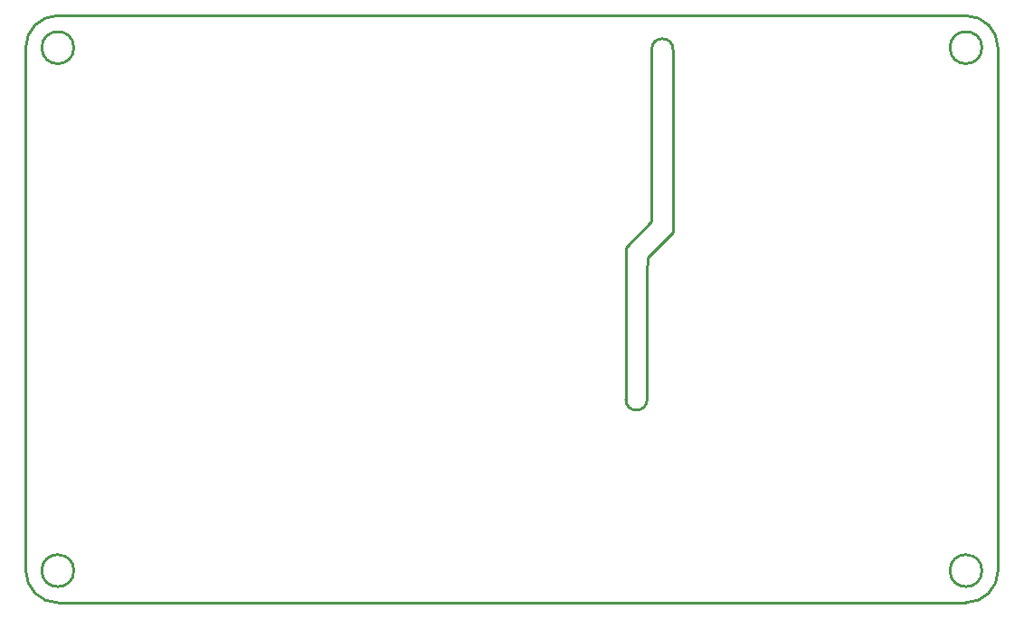
<source format=gbr>
%TF.GenerationSoftware,Altium Limited,Altium Designer,21.6.4 (81)*%
G04 Layer_Color=16711935*
%FSLAX43Y43*%
%MOMM*%
%TF.SameCoordinates,3FCC9EDD-E33D-4AE7-AC82-89E58AA9E509*%
%TF.FilePolarity,Positive*%
%TF.FileFunction,Keep-out,Top*%
%TF.Part,Single*%
G01*
G75*
%TA.AperFunction,NonConductor*%
%ADD87C,0.254*%
D87*
X88000Y0D02*
G03*
X91000Y3000I0J3000D01*
G01*
X89500D02*
G03*
X89500Y3000I-1500J0D01*
G01*
X56159Y19044D02*
G03*
X58159Y19044I1000J0D01*
G01*
X3000Y55000D02*
G03*
X0Y52000I0J-3000D01*
G01*
X4500D02*
G03*
X4500Y52000I-1500J0D01*
G01*
X60585Y51840D02*
G03*
X58585Y51840I-1000J0D01*
G01*
X89500Y52000D02*
G03*
X89500Y52000I-1500J0D01*
G01*
X91000D02*
G03*
X88000Y55000I-3000J0D01*
G01*
X4500Y3000D02*
G03*
X4500Y3000I-1500J0D01*
G01*
X0D02*
G03*
X3000Y0I3000J0D01*
G01*
X56159Y33299D02*
X58585Y35725D01*
Y36000D02*
Y40359D01*
Y35725D02*
Y36000D01*
X60585Y34728D02*
Y35408D01*
X58172Y32314D02*
X60585Y34728D01*
X58165Y30820D02*
X58172Y32314D01*
X91000Y52000D02*
X91000Y3000D01*
X2986Y-22D02*
X88036Y-2D01*
X-0Y2999D02*
X0Y52000D01*
X60585Y35036D02*
Y41269D01*
X60581Y38672D02*
Y51772D01*
X58583Y37920D02*
Y51820D01*
X56159Y19044D02*
Y33299D01*
X58165Y19046D02*
Y30820D01*
X3000Y55000D02*
X88000D01*
%TF.MD5,16a8e20eb72fbb71d30c7106ae0b0b0f*%
M02*

</source>
